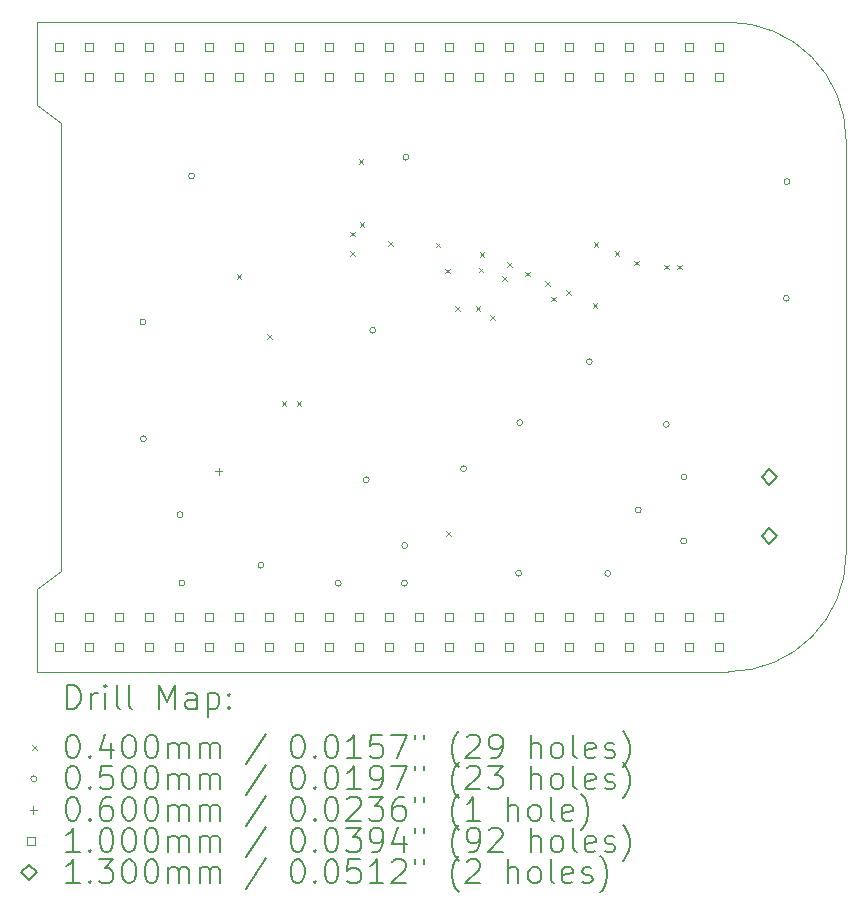
<source format=gbr>
%TF.GenerationSoftware,KiCad,Pcbnew,(6.0.11)*%
%TF.CreationDate,2024-05-08T12:07:41+07:00*%
%TF.ProjectId,CTP_Display_CANbus_revA,4354505f-4469-4737-906c-61795f43414e,rev?*%
%TF.SameCoordinates,PX5f5e100PY5f5e100*%
%TF.FileFunction,Drillmap*%
%TF.FilePolarity,Positive*%
%FSLAX45Y45*%
G04 Gerber Fmt 4.5, Leading zero omitted, Abs format (unit mm)*
G04 Created by KiCad (PCBNEW (6.0.11)) date 2024-05-08 12:07:41*
%MOMM*%
%LPD*%
G01*
G04 APERTURE LIST*
%ADD10C,0.050000*%
%ADD11C,0.200000*%
%ADD12C,0.040000*%
%ADD13C,0.060000*%
%ADD14C,0.100000*%
%ADD15C,0.130000*%
G04 APERTURE END LIST*
D10*
X0Y5500000D02*
X0Y4800000D01*
X200000Y4650000D02*
X200000Y850000D01*
X0Y4800000D02*
X200000Y4650000D01*
X5850000Y0D02*
G75*
G03*
X6850000Y1000000I0J1000000D01*
G01*
X6850000Y4500000D02*
G75*
G03*
X5850000Y5500000I-1000000J0D01*
G01*
X6850000Y1000000D02*
X6850000Y4500000D01*
X0Y0D02*
X5850000Y0D01*
X0Y700000D02*
X200000Y850000D01*
X0Y5500000D02*
X5850000Y5500000D01*
X0Y0D02*
X0Y700000D01*
D11*
D12*
X1690000Y3366000D02*
X1730000Y3326000D01*
X1730000Y3366000D02*
X1690000Y3326000D01*
X1947000Y2859000D02*
X1987000Y2819000D01*
X1987000Y2859000D02*
X1947000Y2819000D01*
X2070000Y2289000D02*
X2110000Y2249000D01*
X2110000Y2289000D02*
X2070000Y2249000D01*
X2198000Y2290000D02*
X2238000Y2250000D01*
X2238000Y2290000D02*
X2198000Y2250000D01*
X2649000Y3561000D02*
X2689000Y3521000D01*
X2689000Y3561000D02*
X2649000Y3521000D01*
X2650000Y3725000D02*
X2690000Y3685000D01*
X2690000Y3725000D02*
X2650000Y3685000D01*
X2723000Y4340000D02*
X2763000Y4300000D01*
X2763000Y4340000D02*
X2723000Y4300000D01*
X2731000Y3806000D02*
X2771000Y3766000D01*
X2771000Y3806000D02*
X2731000Y3766000D01*
X2970000Y3646000D02*
X3010000Y3606000D01*
X3010000Y3646000D02*
X2970000Y3606000D01*
X3374000Y3634000D02*
X3414000Y3594000D01*
X3414000Y3634000D02*
X3374000Y3594000D01*
X3456000Y3413000D02*
X3496000Y3373000D01*
X3496000Y3413000D02*
X3456000Y3373000D01*
X3462000Y1190000D02*
X3502000Y1150000D01*
X3502000Y1190000D02*
X3462000Y1150000D01*
X3541000Y3096000D02*
X3581000Y3056000D01*
X3581000Y3096000D02*
X3541000Y3056000D01*
X3713000Y3097000D02*
X3753000Y3057000D01*
X3753000Y3097000D02*
X3713000Y3057000D01*
X3739000Y3421000D02*
X3779000Y3381000D01*
X3779000Y3421000D02*
X3739000Y3381000D01*
X3747000Y3553000D02*
X3787000Y3513000D01*
X3787000Y3553000D02*
X3747000Y3513000D01*
X3838000Y3019000D02*
X3878000Y2979000D01*
X3878000Y3019000D02*
X3838000Y2979000D01*
X3938000Y3347000D02*
X3978000Y3307000D01*
X3978000Y3347000D02*
X3938000Y3307000D01*
X3979000Y3467000D02*
X4019000Y3427000D01*
X4019000Y3467000D02*
X3979000Y3427000D01*
X4135000Y3387000D02*
X4175000Y3347000D01*
X4175000Y3387000D02*
X4135000Y3347000D01*
X4299000Y3308000D02*
X4339000Y3268000D01*
X4339000Y3308000D02*
X4299000Y3268000D01*
X4354000Y3176000D02*
X4394000Y3136000D01*
X4394000Y3176000D02*
X4354000Y3136000D01*
X4480000Y3230000D02*
X4520000Y3190000D01*
X4520000Y3230000D02*
X4480000Y3190000D01*
X4704000Y3118000D02*
X4744000Y3078000D01*
X4744000Y3118000D02*
X4704000Y3078000D01*
X4713000Y3639000D02*
X4753000Y3599000D01*
X4753000Y3639000D02*
X4713000Y3599000D01*
X4891000Y3561000D02*
X4931000Y3521000D01*
X4931000Y3561000D02*
X4891000Y3521000D01*
X5057000Y3481000D02*
X5097000Y3441000D01*
X5097000Y3481000D02*
X5057000Y3441000D01*
X5310000Y3446000D02*
X5350000Y3406000D01*
X5350000Y3446000D02*
X5310000Y3406000D01*
X5421000Y3446000D02*
X5461000Y3406000D01*
X5461000Y3446000D02*
X5421000Y3406000D01*
D10*
X921000Y2961000D02*
G75*
G03*
X921000Y2961000I-25000J0D01*
G01*
X925000Y1972000D02*
G75*
G03*
X925000Y1972000I-25000J0D01*
G01*
X1235000Y1330000D02*
G75*
G03*
X1235000Y1330000I-25000J0D01*
G01*
X1251000Y751000D02*
G75*
G03*
X1251000Y751000I-25000J0D01*
G01*
X1334000Y4198000D02*
G75*
G03*
X1334000Y4198000I-25000J0D01*
G01*
X1920000Y902000D02*
G75*
G03*
X1920000Y902000I-25000J0D01*
G01*
X2575000Y750000D02*
G75*
G03*
X2575000Y750000I-25000J0D01*
G01*
X2812000Y1625000D02*
G75*
G03*
X2812000Y1625000I-25000J0D01*
G01*
X2867000Y2891000D02*
G75*
G03*
X2867000Y2891000I-25000J0D01*
G01*
X3135000Y750000D02*
G75*
G03*
X3135000Y750000I-25000J0D01*
G01*
X3137000Y1069000D02*
G75*
G03*
X3137000Y1069000I-25000J0D01*
G01*
X3148000Y4356000D02*
G75*
G03*
X3148000Y4356000I-25000J0D01*
G01*
X3636000Y1719000D02*
G75*
G03*
X3636000Y1719000I-25000J0D01*
G01*
X4102000Y834000D02*
G75*
G03*
X4102000Y834000I-25000J0D01*
G01*
X4112000Y2110000D02*
G75*
G03*
X4112000Y2110000I-25000J0D01*
G01*
X4701000Y2625000D02*
G75*
G03*
X4701000Y2625000I-25000J0D01*
G01*
X4857000Y832000D02*
G75*
G03*
X4857000Y832000I-25000J0D01*
G01*
X5115000Y1370000D02*
G75*
G03*
X5115000Y1370000I-25000J0D01*
G01*
X5353000Y2094000D02*
G75*
G03*
X5353000Y2094000I-25000J0D01*
G01*
X5500000Y1107000D02*
G75*
G03*
X5500000Y1107000I-25000J0D01*
G01*
X5503000Y1650000D02*
G75*
G03*
X5503000Y1650000I-25000J0D01*
G01*
X6368000Y3162000D02*
G75*
G03*
X6368000Y3162000I-25000J0D01*
G01*
X6374000Y4150000D02*
G75*
G03*
X6374000Y4150000I-25000J0D01*
G01*
D13*
X1538000Y1729000D02*
X1538000Y1669000D01*
X1508000Y1699000D02*
X1568000Y1699000D01*
D14*
X221356Y5254644D02*
X221356Y5325356D01*
X150644Y5325356D01*
X150644Y5254644D01*
X221356Y5254644D01*
X221356Y5000644D02*
X221356Y5071356D01*
X150644Y5071356D01*
X150644Y5000644D01*
X221356Y5000644D01*
X221356Y428644D02*
X221356Y499356D01*
X150644Y499356D01*
X150644Y428644D01*
X221356Y428644D01*
X221356Y174644D02*
X221356Y245356D01*
X150644Y245356D01*
X150644Y174644D01*
X221356Y174644D01*
X475356Y5254644D02*
X475356Y5325356D01*
X404644Y5325356D01*
X404644Y5254644D01*
X475356Y5254644D01*
X475356Y5000644D02*
X475356Y5071356D01*
X404644Y5071356D01*
X404644Y5000644D01*
X475356Y5000644D01*
X475356Y428644D02*
X475356Y499356D01*
X404644Y499356D01*
X404644Y428644D01*
X475356Y428644D01*
X475356Y174644D02*
X475356Y245356D01*
X404644Y245356D01*
X404644Y174644D01*
X475356Y174644D01*
X729356Y5254644D02*
X729356Y5325356D01*
X658644Y5325356D01*
X658644Y5254644D01*
X729356Y5254644D01*
X729356Y5000644D02*
X729356Y5071356D01*
X658644Y5071356D01*
X658644Y5000644D01*
X729356Y5000644D01*
X729356Y428644D02*
X729356Y499356D01*
X658644Y499356D01*
X658644Y428644D01*
X729356Y428644D01*
X729356Y174644D02*
X729356Y245356D01*
X658644Y245356D01*
X658644Y174644D01*
X729356Y174644D01*
X983356Y5254644D02*
X983356Y5325356D01*
X912644Y5325356D01*
X912644Y5254644D01*
X983356Y5254644D01*
X983356Y5000644D02*
X983356Y5071356D01*
X912644Y5071356D01*
X912644Y5000644D01*
X983356Y5000644D01*
X983356Y428644D02*
X983356Y499356D01*
X912644Y499356D01*
X912644Y428644D01*
X983356Y428644D01*
X983356Y174644D02*
X983356Y245356D01*
X912644Y245356D01*
X912644Y174644D01*
X983356Y174644D01*
X1237356Y5254644D02*
X1237356Y5325356D01*
X1166644Y5325356D01*
X1166644Y5254644D01*
X1237356Y5254644D01*
X1237356Y5000644D02*
X1237356Y5071356D01*
X1166644Y5071356D01*
X1166644Y5000644D01*
X1237356Y5000644D01*
X1237356Y428644D02*
X1237356Y499356D01*
X1166644Y499356D01*
X1166644Y428644D01*
X1237356Y428644D01*
X1237356Y174644D02*
X1237356Y245356D01*
X1166644Y245356D01*
X1166644Y174644D01*
X1237356Y174644D01*
X1491356Y5254644D02*
X1491356Y5325356D01*
X1420644Y5325356D01*
X1420644Y5254644D01*
X1491356Y5254644D01*
X1491356Y5000644D02*
X1491356Y5071356D01*
X1420644Y5071356D01*
X1420644Y5000644D01*
X1491356Y5000644D01*
X1491356Y428644D02*
X1491356Y499356D01*
X1420644Y499356D01*
X1420644Y428644D01*
X1491356Y428644D01*
X1491356Y174644D02*
X1491356Y245356D01*
X1420644Y245356D01*
X1420644Y174644D01*
X1491356Y174644D01*
X1745356Y5254644D02*
X1745356Y5325356D01*
X1674644Y5325356D01*
X1674644Y5254644D01*
X1745356Y5254644D01*
X1745356Y5000644D02*
X1745356Y5071356D01*
X1674644Y5071356D01*
X1674644Y5000644D01*
X1745356Y5000644D01*
X1745356Y428644D02*
X1745356Y499356D01*
X1674644Y499356D01*
X1674644Y428644D01*
X1745356Y428644D01*
X1745356Y174644D02*
X1745356Y245356D01*
X1674644Y245356D01*
X1674644Y174644D01*
X1745356Y174644D01*
X1999356Y5254644D02*
X1999356Y5325356D01*
X1928644Y5325356D01*
X1928644Y5254644D01*
X1999356Y5254644D01*
X1999356Y5000644D02*
X1999356Y5071356D01*
X1928644Y5071356D01*
X1928644Y5000644D01*
X1999356Y5000644D01*
X1999356Y428644D02*
X1999356Y499356D01*
X1928644Y499356D01*
X1928644Y428644D01*
X1999356Y428644D01*
X1999356Y174644D02*
X1999356Y245356D01*
X1928644Y245356D01*
X1928644Y174644D01*
X1999356Y174644D01*
X2253356Y5254644D02*
X2253356Y5325356D01*
X2182644Y5325356D01*
X2182644Y5254644D01*
X2253356Y5254644D01*
X2253356Y5000644D02*
X2253356Y5071356D01*
X2182644Y5071356D01*
X2182644Y5000644D01*
X2253356Y5000644D01*
X2253356Y428644D02*
X2253356Y499356D01*
X2182644Y499356D01*
X2182644Y428644D01*
X2253356Y428644D01*
X2253356Y174644D02*
X2253356Y245356D01*
X2182644Y245356D01*
X2182644Y174644D01*
X2253356Y174644D01*
X2507356Y5254644D02*
X2507356Y5325356D01*
X2436644Y5325356D01*
X2436644Y5254644D01*
X2507356Y5254644D01*
X2507356Y5000644D02*
X2507356Y5071356D01*
X2436644Y5071356D01*
X2436644Y5000644D01*
X2507356Y5000644D01*
X2507356Y428644D02*
X2507356Y499356D01*
X2436644Y499356D01*
X2436644Y428644D01*
X2507356Y428644D01*
X2507356Y174644D02*
X2507356Y245356D01*
X2436644Y245356D01*
X2436644Y174644D01*
X2507356Y174644D01*
X2761356Y5254644D02*
X2761356Y5325356D01*
X2690644Y5325356D01*
X2690644Y5254644D01*
X2761356Y5254644D01*
X2761356Y5000644D02*
X2761356Y5071356D01*
X2690644Y5071356D01*
X2690644Y5000644D01*
X2761356Y5000644D01*
X2761356Y428644D02*
X2761356Y499356D01*
X2690644Y499356D01*
X2690644Y428644D01*
X2761356Y428644D01*
X2761356Y174644D02*
X2761356Y245356D01*
X2690644Y245356D01*
X2690644Y174644D01*
X2761356Y174644D01*
X3015356Y5254644D02*
X3015356Y5325356D01*
X2944644Y5325356D01*
X2944644Y5254644D01*
X3015356Y5254644D01*
X3015356Y5000644D02*
X3015356Y5071356D01*
X2944644Y5071356D01*
X2944644Y5000644D01*
X3015356Y5000644D01*
X3015356Y428644D02*
X3015356Y499356D01*
X2944644Y499356D01*
X2944644Y428644D01*
X3015356Y428644D01*
X3015356Y174644D02*
X3015356Y245356D01*
X2944644Y245356D01*
X2944644Y174644D01*
X3015356Y174644D01*
X3269356Y5254644D02*
X3269356Y5325356D01*
X3198644Y5325356D01*
X3198644Y5254644D01*
X3269356Y5254644D01*
X3269356Y5000644D02*
X3269356Y5071356D01*
X3198644Y5071356D01*
X3198644Y5000644D01*
X3269356Y5000644D01*
X3269356Y428644D02*
X3269356Y499356D01*
X3198644Y499356D01*
X3198644Y428644D01*
X3269356Y428644D01*
X3269356Y174644D02*
X3269356Y245356D01*
X3198644Y245356D01*
X3198644Y174644D01*
X3269356Y174644D01*
X3523356Y5254644D02*
X3523356Y5325356D01*
X3452644Y5325356D01*
X3452644Y5254644D01*
X3523356Y5254644D01*
X3523356Y5000644D02*
X3523356Y5071356D01*
X3452644Y5071356D01*
X3452644Y5000644D01*
X3523356Y5000644D01*
X3523356Y428644D02*
X3523356Y499356D01*
X3452644Y499356D01*
X3452644Y428644D01*
X3523356Y428644D01*
X3523356Y174644D02*
X3523356Y245356D01*
X3452644Y245356D01*
X3452644Y174644D01*
X3523356Y174644D01*
X3777356Y5254644D02*
X3777356Y5325356D01*
X3706644Y5325356D01*
X3706644Y5254644D01*
X3777356Y5254644D01*
X3777356Y5000644D02*
X3777356Y5071356D01*
X3706644Y5071356D01*
X3706644Y5000644D01*
X3777356Y5000644D01*
X3777356Y428644D02*
X3777356Y499356D01*
X3706644Y499356D01*
X3706644Y428644D01*
X3777356Y428644D01*
X3777356Y174644D02*
X3777356Y245356D01*
X3706644Y245356D01*
X3706644Y174644D01*
X3777356Y174644D01*
X4031356Y5254644D02*
X4031356Y5325356D01*
X3960644Y5325356D01*
X3960644Y5254644D01*
X4031356Y5254644D01*
X4031356Y5000644D02*
X4031356Y5071356D01*
X3960644Y5071356D01*
X3960644Y5000644D01*
X4031356Y5000644D01*
X4031356Y428644D02*
X4031356Y499356D01*
X3960644Y499356D01*
X3960644Y428644D01*
X4031356Y428644D01*
X4031356Y174644D02*
X4031356Y245356D01*
X3960644Y245356D01*
X3960644Y174644D01*
X4031356Y174644D01*
X4285356Y5254644D02*
X4285356Y5325356D01*
X4214644Y5325356D01*
X4214644Y5254644D01*
X4285356Y5254644D01*
X4285356Y5000644D02*
X4285356Y5071356D01*
X4214644Y5071356D01*
X4214644Y5000644D01*
X4285356Y5000644D01*
X4285356Y428644D02*
X4285356Y499356D01*
X4214644Y499356D01*
X4214644Y428644D01*
X4285356Y428644D01*
X4285356Y174644D02*
X4285356Y245356D01*
X4214644Y245356D01*
X4214644Y174644D01*
X4285356Y174644D01*
X4539356Y5254644D02*
X4539356Y5325356D01*
X4468644Y5325356D01*
X4468644Y5254644D01*
X4539356Y5254644D01*
X4539356Y5000644D02*
X4539356Y5071356D01*
X4468644Y5071356D01*
X4468644Y5000644D01*
X4539356Y5000644D01*
X4539356Y428644D02*
X4539356Y499356D01*
X4468644Y499356D01*
X4468644Y428644D01*
X4539356Y428644D01*
X4539356Y174644D02*
X4539356Y245356D01*
X4468644Y245356D01*
X4468644Y174644D01*
X4539356Y174644D01*
X4793356Y5254644D02*
X4793356Y5325356D01*
X4722644Y5325356D01*
X4722644Y5254644D01*
X4793356Y5254644D01*
X4793356Y5000644D02*
X4793356Y5071356D01*
X4722644Y5071356D01*
X4722644Y5000644D01*
X4793356Y5000644D01*
X4793356Y428644D02*
X4793356Y499356D01*
X4722644Y499356D01*
X4722644Y428644D01*
X4793356Y428644D01*
X4793356Y174644D02*
X4793356Y245356D01*
X4722644Y245356D01*
X4722644Y174644D01*
X4793356Y174644D01*
X5047356Y5254644D02*
X5047356Y5325356D01*
X4976644Y5325356D01*
X4976644Y5254644D01*
X5047356Y5254644D01*
X5047356Y5000644D02*
X5047356Y5071356D01*
X4976644Y5071356D01*
X4976644Y5000644D01*
X5047356Y5000644D01*
X5047356Y428644D02*
X5047356Y499356D01*
X4976644Y499356D01*
X4976644Y428644D01*
X5047356Y428644D01*
X5047356Y174644D02*
X5047356Y245356D01*
X4976644Y245356D01*
X4976644Y174644D01*
X5047356Y174644D01*
X5301356Y5254644D02*
X5301356Y5325356D01*
X5230644Y5325356D01*
X5230644Y5254644D01*
X5301356Y5254644D01*
X5301356Y5000644D02*
X5301356Y5071356D01*
X5230644Y5071356D01*
X5230644Y5000644D01*
X5301356Y5000644D01*
X5301356Y428644D02*
X5301356Y499356D01*
X5230644Y499356D01*
X5230644Y428644D01*
X5301356Y428644D01*
X5301356Y174644D02*
X5301356Y245356D01*
X5230644Y245356D01*
X5230644Y174644D01*
X5301356Y174644D01*
X5555356Y5254644D02*
X5555356Y5325356D01*
X5484644Y5325356D01*
X5484644Y5254644D01*
X5555356Y5254644D01*
X5555356Y5000644D02*
X5555356Y5071356D01*
X5484644Y5071356D01*
X5484644Y5000644D01*
X5555356Y5000644D01*
X5555356Y428644D02*
X5555356Y499356D01*
X5484644Y499356D01*
X5484644Y428644D01*
X5555356Y428644D01*
X5555356Y174644D02*
X5555356Y245356D01*
X5484644Y245356D01*
X5484644Y174644D01*
X5555356Y174644D01*
X5809356Y5254644D02*
X5809356Y5325356D01*
X5738644Y5325356D01*
X5738644Y5254644D01*
X5809356Y5254644D01*
X5809356Y5000644D02*
X5809356Y5071356D01*
X5738644Y5071356D01*
X5738644Y5000644D01*
X5809356Y5000644D01*
X5809356Y428644D02*
X5809356Y499356D01*
X5738644Y499356D01*
X5738644Y428644D01*
X5809356Y428644D01*
X5809356Y174644D02*
X5809356Y245356D01*
X5738644Y245356D01*
X5738644Y174644D01*
X5809356Y174644D01*
D15*
X6200000Y1585000D02*
X6265000Y1650000D01*
X6200000Y1715000D01*
X6135000Y1650000D01*
X6200000Y1585000D01*
X6200000Y1085000D02*
X6265000Y1150000D01*
X6200000Y1215000D01*
X6135000Y1150000D01*
X6200000Y1085000D01*
D11*
X255119Y-312976D02*
X255119Y-112976D01*
X302738Y-112976D01*
X331310Y-122500D01*
X350357Y-141548D01*
X359881Y-160595D01*
X369405Y-198690D01*
X369405Y-227262D01*
X359881Y-265357D01*
X350357Y-284405D01*
X331310Y-303452D01*
X302738Y-312976D01*
X255119Y-312976D01*
X455119Y-312976D02*
X455119Y-179643D01*
X455119Y-217738D02*
X464643Y-198690D01*
X474167Y-189167D01*
X493214Y-179643D01*
X512262Y-179643D01*
X578929Y-312976D02*
X578929Y-179643D01*
X578929Y-112976D02*
X569405Y-122500D01*
X578929Y-132024D01*
X588452Y-122500D01*
X578929Y-112976D01*
X578929Y-132024D01*
X702738Y-312976D02*
X683690Y-303452D01*
X674167Y-284405D01*
X674167Y-112976D01*
X807500Y-312976D02*
X788452Y-303452D01*
X778928Y-284405D01*
X778928Y-112976D01*
X1036071Y-312976D02*
X1036071Y-112976D01*
X1102738Y-255833D01*
X1169405Y-112976D01*
X1169405Y-312976D01*
X1350357Y-312976D02*
X1350357Y-208214D01*
X1340833Y-189167D01*
X1321786Y-179643D01*
X1283690Y-179643D01*
X1264643Y-189167D01*
X1350357Y-303452D02*
X1331310Y-312976D01*
X1283690Y-312976D01*
X1264643Y-303452D01*
X1255119Y-284405D01*
X1255119Y-265357D01*
X1264643Y-246309D01*
X1283690Y-236786D01*
X1331310Y-236786D01*
X1350357Y-227262D01*
X1445595Y-179643D02*
X1445595Y-379643D01*
X1445595Y-189167D02*
X1464643Y-179643D01*
X1502738Y-179643D01*
X1521786Y-189167D01*
X1531309Y-198690D01*
X1540833Y-217738D01*
X1540833Y-274881D01*
X1531309Y-293929D01*
X1521786Y-303452D01*
X1502738Y-312976D01*
X1464643Y-312976D01*
X1445595Y-303452D01*
X1626548Y-293929D02*
X1636071Y-303452D01*
X1626548Y-312976D01*
X1617024Y-303452D01*
X1626548Y-293929D01*
X1626548Y-312976D01*
X1626548Y-189167D02*
X1636071Y-198690D01*
X1626548Y-208214D01*
X1617024Y-198690D01*
X1626548Y-189167D01*
X1626548Y-208214D01*
D12*
X-42500Y-622500D02*
X-2500Y-662500D01*
X-2500Y-622500D02*
X-42500Y-662500D01*
D11*
X293214Y-532976D02*
X312262Y-532976D01*
X331310Y-542500D01*
X340833Y-552024D01*
X350357Y-571071D01*
X359881Y-609167D01*
X359881Y-656786D01*
X350357Y-694881D01*
X340833Y-713928D01*
X331310Y-723452D01*
X312262Y-732976D01*
X293214Y-732976D01*
X274167Y-723452D01*
X264643Y-713928D01*
X255119Y-694881D01*
X245595Y-656786D01*
X245595Y-609167D01*
X255119Y-571071D01*
X264643Y-552024D01*
X274167Y-542500D01*
X293214Y-532976D01*
X445595Y-713928D02*
X455119Y-723452D01*
X445595Y-732976D01*
X436071Y-723452D01*
X445595Y-713928D01*
X445595Y-732976D01*
X626548Y-599643D02*
X626548Y-732976D01*
X578929Y-523452D02*
X531310Y-666310D01*
X655119Y-666310D01*
X769405Y-532976D02*
X788452Y-532976D01*
X807500Y-542500D01*
X817024Y-552024D01*
X826548Y-571071D01*
X836071Y-609167D01*
X836071Y-656786D01*
X826548Y-694881D01*
X817024Y-713928D01*
X807500Y-723452D01*
X788452Y-732976D01*
X769405Y-732976D01*
X750357Y-723452D01*
X740833Y-713928D01*
X731309Y-694881D01*
X721786Y-656786D01*
X721786Y-609167D01*
X731309Y-571071D01*
X740833Y-552024D01*
X750357Y-542500D01*
X769405Y-532976D01*
X959881Y-532976D02*
X978928Y-532976D01*
X997976Y-542500D01*
X1007500Y-552024D01*
X1017024Y-571071D01*
X1026548Y-609167D01*
X1026548Y-656786D01*
X1017024Y-694881D01*
X1007500Y-713928D01*
X997976Y-723452D01*
X978928Y-732976D01*
X959881Y-732976D01*
X940833Y-723452D01*
X931309Y-713928D01*
X921786Y-694881D01*
X912262Y-656786D01*
X912262Y-609167D01*
X921786Y-571071D01*
X931309Y-552024D01*
X940833Y-542500D01*
X959881Y-532976D01*
X1112262Y-732976D02*
X1112262Y-599643D01*
X1112262Y-618690D02*
X1121786Y-609167D01*
X1140833Y-599643D01*
X1169405Y-599643D01*
X1188452Y-609167D01*
X1197976Y-628214D01*
X1197976Y-732976D01*
X1197976Y-628214D02*
X1207500Y-609167D01*
X1226548Y-599643D01*
X1255119Y-599643D01*
X1274167Y-609167D01*
X1283690Y-628214D01*
X1283690Y-732976D01*
X1378929Y-732976D02*
X1378929Y-599643D01*
X1378929Y-618690D02*
X1388452Y-609167D01*
X1407500Y-599643D01*
X1436071Y-599643D01*
X1455119Y-609167D01*
X1464643Y-628214D01*
X1464643Y-732976D01*
X1464643Y-628214D02*
X1474167Y-609167D01*
X1493214Y-599643D01*
X1521786Y-599643D01*
X1540833Y-609167D01*
X1550357Y-628214D01*
X1550357Y-732976D01*
X1940833Y-523452D02*
X1769405Y-780595D01*
X2197976Y-532976D02*
X2217024Y-532976D01*
X2236071Y-542500D01*
X2245595Y-552024D01*
X2255119Y-571071D01*
X2264643Y-609167D01*
X2264643Y-656786D01*
X2255119Y-694881D01*
X2245595Y-713928D01*
X2236071Y-723452D01*
X2217024Y-732976D01*
X2197976Y-732976D01*
X2178929Y-723452D01*
X2169405Y-713928D01*
X2159881Y-694881D01*
X2150357Y-656786D01*
X2150357Y-609167D01*
X2159881Y-571071D01*
X2169405Y-552024D01*
X2178929Y-542500D01*
X2197976Y-532976D01*
X2350357Y-713928D02*
X2359881Y-723452D01*
X2350357Y-732976D01*
X2340833Y-723452D01*
X2350357Y-713928D01*
X2350357Y-732976D01*
X2483690Y-532976D02*
X2502738Y-532976D01*
X2521786Y-542500D01*
X2531310Y-552024D01*
X2540833Y-571071D01*
X2550357Y-609167D01*
X2550357Y-656786D01*
X2540833Y-694881D01*
X2531310Y-713928D01*
X2521786Y-723452D01*
X2502738Y-732976D01*
X2483690Y-732976D01*
X2464643Y-723452D01*
X2455119Y-713928D01*
X2445595Y-694881D01*
X2436071Y-656786D01*
X2436071Y-609167D01*
X2445595Y-571071D01*
X2455119Y-552024D01*
X2464643Y-542500D01*
X2483690Y-532976D01*
X2740833Y-732976D02*
X2626548Y-732976D01*
X2683690Y-732976D02*
X2683690Y-532976D01*
X2664643Y-561548D01*
X2645595Y-580595D01*
X2626548Y-590119D01*
X2921786Y-532976D02*
X2826548Y-532976D01*
X2817024Y-628214D01*
X2826548Y-618690D01*
X2845595Y-609167D01*
X2893214Y-609167D01*
X2912262Y-618690D01*
X2921786Y-628214D01*
X2931309Y-647262D01*
X2931309Y-694881D01*
X2921786Y-713928D01*
X2912262Y-723452D01*
X2893214Y-732976D01*
X2845595Y-732976D01*
X2826548Y-723452D01*
X2817024Y-713928D01*
X2997976Y-532976D02*
X3131309Y-532976D01*
X3045595Y-732976D01*
X3197976Y-532976D02*
X3197976Y-571071D01*
X3274167Y-532976D02*
X3274167Y-571071D01*
X3569405Y-809167D02*
X3559881Y-799643D01*
X3540833Y-771071D01*
X3531309Y-752024D01*
X3521786Y-723452D01*
X3512262Y-675833D01*
X3512262Y-637738D01*
X3521786Y-590119D01*
X3531309Y-561548D01*
X3540833Y-542500D01*
X3559881Y-513928D01*
X3569405Y-504405D01*
X3636071Y-552024D02*
X3645595Y-542500D01*
X3664643Y-532976D01*
X3712262Y-532976D01*
X3731309Y-542500D01*
X3740833Y-552024D01*
X3750357Y-571071D01*
X3750357Y-590119D01*
X3740833Y-618690D01*
X3626548Y-732976D01*
X3750357Y-732976D01*
X3845595Y-732976D02*
X3883690Y-732976D01*
X3902738Y-723452D01*
X3912262Y-713928D01*
X3931309Y-685357D01*
X3940833Y-647262D01*
X3940833Y-571071D01*
X3931309Y-552024D01*
X3921786Y-542500D01*
X3902738Y-532976D01*
X3864643Y-532976D01*
X3845595Y-542500D01*
X3836071Y-552024D01*
X3826548Y-571071D01*
X3826548Y-618690D01*
X3836071Y-637738D01*
X3845595Y-647262D01*
X3864643Y-656786D01*
X3902738Y-656786D01*
X3921786Y-647262D01*
X3931309Y-637738D01*
X3940833Y-618690D01*
X4178928Y-732976D02*
X4178928Y-532976D01*
X4264643Y-732976D02*
X4264643Y-628214D01*
X4255119Y-609167D01*
X4236071Y-599643D01*
X4207500Y-599643D01*
X4188452Y-609167D01*
X4178928Y-618690D01*
X4388452Y-732976D02*
X4369405Y-723452D01*
X4359881Y-713928D01*
X4350357Y-694881D01*
X4350357Y-637738D01*
X4359881Y-618690D01*
X4369405Y-609167D01*
X4388452Y-599643D01*
X4417024Y-599643D01*
X4436071Y-609167D01*
X4445595Y-618690D01*
X4455119Y-637738D01*
X4455119Y-694881D01*
X4445595Y-713928D01*
X4436071Y-723452D01*
X4417024Y-732976D01*
X4388452Y-732976D01*
X4569405Y-732976D02*
X4550357Y-723452D01*
X4540833Y-704405D01*
X4540833Y-532976D01*
X4721786Y-723452D02*
X4702738Y-732976D01*
X4664643Y-732976D01*
X4645595Y-723452D01*
X4636071Y-704405D01*
X4636071Y-628214D01*
X4645595Y-609167D01*
X4664643Y-599643D01*
X4702738Y-599643D01*
X4721786Y-609167D01*
X4731310Y-628214D01*
X4731310Y-647262D01*
X4636071Y-666310D01*
X4807500Y-723452D02*
X4826548Y-732976D01*
X4864643Y-732976D01*
X4883690Y-723452D01*
X4893214Y-704405D01*
X4893214Y-694881D01*
X4883690Y-675833D01*
X4864643Y-666310D01*
X4836071Y-666310D01*
X4817024Y-656786D01*
X4807500Y-637738D01*
X4807500Y-628214D01*
X4817024Y-609167D01*
X4836071Y-599643D01*
X4864643Y-599643D01*
X4883690Y-609167D01*
X4959881Y-809167D02*
X4969405Y-799643D01*
X4988452Y-771071D01*
X4997976Y-752024D01*
X5007500Y-723452D01*
X5017024Y-675833D01*
X5017024Y-637738D01*
X5007500Y-590119D01*
X4997976Y-561548D01*
X4988452Y-542500D01*
X4969405Y-513928D01*
X4959881Y-504405D01*
D10*
X-2500Y-906500D02*
G75*
G03*
X-2500Y-906500I-25000J0D01*
G01*
D11*
X293214Y-796976D02*
X312262Y-796976D01*
X331310Y-806500D01*
X340833Y-816024D01*
X350357Y-835071D01*
X359881Y-873167D01*
X359881Y-920786D01*
X350357Y-958881D01*
X340833Y-977928D01*
X331310Y-987452D01*
X312262Y-996976D01*
X293214Y-996976D01*
X274167Y-987452D01*
X264643Y-977928D01*
X255119Y-958881D01*
X245595Y-920786D01*
X245595Y-873167D01*
X255119Y-835071D01*
X264643Y-816024D01*
X274167Y-806500D01*
X293214Y-796976D01*
X445595Y-977928D02*
X455119Y-987452D01*
X445595Y-996976D01*
X436071Y-987452D01*
X445595Y-977928D01*
X445595Y-996976D01*
X636071Y-796976D02*
X540833Y-796976D01*
X531310Y-892214D01*
X540833Y-882690D01*
X559881Y-873167D01*
X607500Y-873167D01*
X626548Y-882690D01*
X636071Y-892214D01*
X645595Y-911262D01*
X645595Y-958881D01*
X636071Y-977928D01*
X626548Y-987452D01*
X607500Y-996976D01*
X559881Y-996976D01*
X540833Y-987452D01*
X531310Y-977928D01*
X769405Y-796976D02*
X788452Y-796976D01*
X807500Y-806500D01*
X817024Y-816024D01*
X826548Y-835071D01*
X836071Y-873167D01*
X836071Y-920786D01*
X826548Y-958881D01*
X817024Y-977928D01*
X807500Y-987452D01*
X788452Y-996976D01*
X769405Y-996976D01*
X750357Y-987452D01*
X740833Y-977928D01*
X731309Y-958881D01*
X721786Y-920786D01*
X721786Y-873167D01*
X731309Y-835071D01*
X740833Y-816024D01*
X750357Y-806500D01*
X769405Y-796976D01*
X959881Y-796976D02*
X978928Y-796976D01*
X997976Y-806500D01*
X1007500Y-816024D01*
X1017024Y-835071D01*
X1026548Y-873167D01*
X1026548Y-920786D01*
X1017024Y-958881D01*
X1007500Y-977928D01*
X997976Y-987452D01*
X978928Y-996976D01*
X959881Y-996976D01*
X940833Y-987452D01*
X931309Y-977928D01*
X921786Y-958881D01*
X912262Y-920786D01*
X912262Y-873167D01*
X921786Y-835071D01*
X931309Y-816024D01*
X940833Y-806500D01*
X959881Y-796976D01*
X1112262Y-996976D02*
X1112262Y-863643D01*
X1112262Y-882690D02*
X1121786Y-873167D01*
X1140833Y-863643D01*
X1169405Y-863643D01*
X1188452Y-873167D01*
X1197976Y-892214D01*
X1197976Y-996976D01*
X1197976Y-892214D02*
X1207500Y-873167D01*
X1226548Y-863643D01*
X1255119Y-863643D01*
X1274167Y-873167D01*
X1283690Y-892214D01*
X1283690Y-996976D01*
X1378929Y-996976D02*
X1378929Y-863643D01*
X1378929Y-882690D02*
X1388452Y-873167D01*
X1407500Y-863643D01*
X1436071Y-863643D01*
X1455119Y-873167D01*
X1464643Y-892214D01*
X1464643Y-996976D01*
X1464643Y-892214D02*
X1474167Y-873167D01*
X1493214Y-863643D01*
X1521786Y-863643D01*
X1540833Y-873167D01*
X1550357Y-892214D01*
X1550357Y-996976D01*
X1940833Y-787452D02*
X1769405Y-1044595D01*
X2197976Y-796976D02*
X2217024Y-796976D01*
X2236071Y-806500D01*
X2245595Y-816024D01*
X2255119Y-835071D01*
X2264643Y-873167D01*
X2264643Y-920786D01*
X2255119Y-958881D01*
X2245595Y-977928D01*
X2236071Y-987452D01*
X2217024Y-996976D01*
X2197976Y-996976D01*
X2178929Y-987452D01*
X2169405Y-977928D01*
X2159881Y-958881D01*
X2150357Y-920786D01*
X2150357Y-873167D01*
X2159881Y-835071D01*
X2169405Y-816024D01*
X2178929Y-806500D01*
X2197976Y-796976D01*
X2350357Y-977928D02*
X2359881Y-987452D01*
X2350357Y-996976D01*
X2340833Y-987452D01*
X2350357Y-977928D01*
X2350357Y-996976D01*
X2483690Y-796976D02*
X2502738Y-796976D01*
X2521786Y-806500D01*
X2531310Y-816024D01*
X2540833Y-835071D01*
X2550357Y-873167D01*
X2550357Y-920786D01*
X2540833Y-958881D01*
X2531310Y-977928D01*
X2521786Y-987452D01*
X2502738Y-996976D01*
X2483690Y-996976D01*
X2464643Y-987452D01*
X2455119Y-977928D01*
X2445595Y-958881D01*
X2436071Y-920786D01*
X2436071Y-873167D01*
X2445595Y-835071D01*
X2455119Y-816024D01*
X2464643Y-806500D01*
X2483690Y-796976D01*
X2740833Y-996976D02*
X2626548Y-996976D01*
X2683690Y-996976D02*
X2683690Y-796976D01*
X2664643Y-825548D01*
X2645595Y-844595D01*
X2626548Y-854119D01*
X2836071Y-996976D02*
X2874167Y-996976D01*
X2893214Y-987452D01*
X2902738Y-977928D01*
X2921786Y-949357D01*
X2931309Y-911262D01*
X2931309Y-835071D01*
X2921786Y-816024D01*
X2912262Y-806500D01*
X2893214Y-796976D01*
X2855119Y-796976D01*
X2836071Y-806500D01*
X2826548Y-816024D01*
X2817024Y-835071D01*
X2817024Y-882690D01*
X2826548Y-901738D01*
X2836071Y-911262D01*
X2855119Y-920786D01*
X2893214Y-920786D01*
X2912262Y-911262D01*
X2921786Y-901738D01*
X2931309Y-882690D01*
X2997976Y-796976D02*
X3131309Y-796976D01*
X3045595Y-996976D01*
X3197976Y-796976D02*
X3197976Y-835071D01*
X3274167Y-796976D02*
X3274167Y-835071D01*
X3569405Y-1073167D02*
X3559881Y-1063643D01*
X3540833Y-1035071D01*
X3531309Y-1016024D01*
X3521786Y-987452D01*
X3512262Y-939833D01*
X3512262Y-901738D01*
X3521786Y-854119D01*
X3531309Y-825548D01*
X3540833Y-806500D01*
X3559881Y-777928D01*
X3569405Y-768405D01*
X3636071Y-816024D02*
X3645595Y-806500D01*
X3664643Y-796976D01*
X3712262Y-796976D01*
X3731309Y-806500D01*
X3740833Y-816024D01*
X3750357Y-835071D01*
X3750357Y-854119D01*
X3740833Y-882690D01*
X3626548Y-996976D01*
X3750357Y-996976D01*
X3817024Y-796976D02*
X3940833Y-796976D01*
X3874167Y-873167D01*
X3902738Y-873167D01*
X3921786Y-882690D01*
X3931309Y-892214D01*
X3940833Y-911262D01*
X3940833Y-958881D01*
X3931309Y-977928D01*
X3921786Y-987452D01*
X3902738Y-996976D01*
X3845595Y-996976D01*
X3826548Y-987452D01*
X3817024Y-977928D01*
X4178928Y-996976D02*
X4178928Y-796976D01*
X4264643Y-996976D02*
X4264643Y-892214D01*
X4255119Y-873167D01*
X4236071Y-863643D01*
X4207500Y-863643D01*
X4188452Y-873167D01*
X4178928Y-882690D01*
X4388452Y-996976D02*
X4369405Y-987452D01*
X4359881Y-977928D01*
X4350357Y-958881D01*
X4350357Y-901738D01*
X4359881Y-882690D01*
X4369405Y-873167D01*
X4388452Y-863643D01*
X4417024Y-863643D01*
X4436071Y-873167D01*
X4445595Y-882690D01*
X4455119Y-901738D01*
X4455119Y-958881D01*
X4445595Y-977928D01*
X4436071Y-987452D01*
X4417024Y-996976D01*
X4388452Y-996976D01*
X4569405Y-996976D02*
X4550357Y-987452D01*
X4540833Y-968405D01*
X4540833Y-796976D01*
X4721786Y-987452D02*
X4702738Y-996976D01*
X4664643Y-996976D01*
X4645595Y-987452D01*
X4636071Y-968405D01*
X4636071Y-892214D01*
X4645595Y-873167D01*
X4664643Y-863643D01*
X4702738Y-863643D01*
X4721786Y-873167D01*
X4731310Y-892214D01*
X4731310Y-911262D01*
X4636071Y-930309D01*
X4807500Y-987452D02*
X4826548Y-996976D01*
X4864643Y-996976D01*
X4883690Y-987452D01*
X4893214Y-968405D01*
X4893214Y-958881D01*
X4883690Y-939833D01*
X4864643Y-930309D01*
X4836071Y-930309D01*
X4817024Y-920786D01*
X4807500Y-901738D01*
X4807500Y-892214D01*
X4817024Y-873167D01*
X4836071Y-863643D01*
X4864643Y-863643D01*
X4883690Y-873167D01*
X4959881Y-1073167D02*
X4969405Y-1063643D01*
X4988452Y-1035071D01*
X4997976Y-1016024D01*
X5007500Y-987452D01*
X5017024Y-939833D01*
X5017024Y-901738D01*
X5007500Y-854119D01*
X4997976Y-825548D01*
X4988452Y-806500D01*
X4969405Y-777928D01*
X4959881Y-768405D01*
D13*
X-32500Y-1140500D02*
X-32500Y-1200500D01*
X-62500Y-1170500D02*
X-2500Y-1170500D01*
D11*
X293214Y-1060976D02*
X312262Y-1060976D01*
X331310Y-1070500D01*
X340833Y-1080024D01*
X350357Y-1099071D01*
X359881Y-1137167D01*
X359881Y-1184786D01*
X350357Y-1222881D01*
X340833Y-1241929D01*
X331310Y-1251452D01*
X312262Y-1260976D01*
X293214Y-1260976D01*
X274167Y-1251452D01*
X264643Y-1241929D01*
X255119Y-1222881D01*
X245595Y-1184786D01*
X245595Y-1137167D01*
X255119Y-1099071D01*
X264643Y-1080024D01*
X274167Y-1070500D01*
X293214Y-1060976D01*
X445595Y-1241929D02*
X455119Y-1251452D01*
X445595Y-1260976D01*
X436071Y-1251452D01*
X445595Y-1241929D01*
X445595Y-1260976D01*
X626548Y-1060976D02*
X588452Y-1060976D01*
X569405Y-1070500D01*
X559881Y-1080024D01*
X540833Y-1108595D01*
X531310Y-1146690D01*
X531310Y-1222881D01*
X540833Y-1241929D01*
X550357Y-1251452D01*
X569405Y-1260976D01*
X607500Y-1260976D01*
X626548Y-1251452D01*
X636071Y-1241929D01*
X645595Y-1222881D01*
X645595Y-1175262D01*
X636071Y-1156214D01*
X626548Y-1146690D01*
X607500Y-1137167D01*
X569405Y-1137167D01*
X550357Y-1146690D01*
X540833Y-1156214D01*
X531310Y-1175262D01*
X769405Y-1060976D02*
X788452Y-1060976D01*
X807500Y-1070500D01*
X817024Y-1080024D01*
X826548Y-1099071D01*
X836071Y-1137167D01*
X836071Y-1184786D01*
X826548Y-1222881D01*
X817024Y-1241929D01*
X807500Y-1251452D01*
X788452Y-1260976D01*
X769405Y-1260976D01*
X750357Y-1251452D01*
X740833Y-1241929D01*
X731309Y-1222881D01*
X721786Y-1184786D01*
X721786Y-1137167D01*
X731309Y-1099071D01*
X740833Y-1080024D01*
X750357Y-1070500D01*
X769405Y-1060976D01*
X959881Y-1060976D02*
X978928Y-1060976D01*
X997976Y-1070500D01*
X1007500Y-1080024D01*
X1017024Y-1099071D01*
X1026548Y-1137167D01*
X1026548Y-1184786D01*
X1017024Y-1222881D01*
X1007500Y-1241929D01*
X997976Y-1251452D01*
X978928Y-1260976D01*
X959881Y-1260976D01*
X940833Y-1251452D01*
X931309Y-1241929D01*
X921786Y-1222881D01*
X912262Y-1184786D01*
X912262Y-1137167D01*
X921786Y-1099071D01*
X931309Y-1080024D01*
X940833Y-1070500D01*
X959881Y-1060976D01*
X1112262Y-1260976D02*
X1112262Y-1127643D01*
X1112262Y-1146690D02*
X1121786Y-1137167D01*
X1140833Y-1127643D01*
X1169405Y-1127643D01*
X1188452Y-1137167D01*
X1197976Y-1156214D01*
X1197976Y-1260976D01*
X1197976Y-1156214D02*
X1207500Y-1137167D01*
X1226548Y-1127643D01*
X1255119Y-1127643D01*
X1274167Y-1137167D01*
X1283690Y-1156214D01*
X1283690Y-1260976D01*
X1378929Y-1260976D02*
X1378929Y-1127643D01*
X1378929Y-1146690D02*
X1388452Y-1137167D01*
X1407500Y-1127643D01*
X1436071Y-1127643D01*
X1455119Y-1137167D01*
X1464643Y-1156214D01*
X1464643Y-1260976D01*
X1464643Y-1156214D02*
X1474167Y-1137167D01*
X1493214Y-1127643D01*
X1521786Y-1127643D01*
X1540833Y-1137167D01*
X1550357Y-1156214D01*
X1550357Y-1260976D01*
X1940833Y-1051452D02*
X1769405Y-1308595D01*
X2197976Y-1060976D02*
X2217024Y-1060976D01*
X2236071Y-1070500D01*
X2245595Y-1080024D01*
X2255119Y-1099071D01*
X2264643Y-1137167D01*
X2264643Y-1184786D01*
X2255119Y-1222881D01*
X2245595Y-1241929D01*
X2236071Y-1251452D01*
X2217024Y-1260976D01*
X2197976Y-1260976D01*
X2178929Y-1251452D01*
X2169405Y-1241929D01*
X2159881Y-1222881D01*
X2150357Y-1184786D01*
X2150357Y-1137167D01*
X2159881Y-1099071D01*
X2169405Y-1080024D01*
X2178929Y-1070500D01*
X2197976Y-1060976D01*
X2350357Y-1241929D02*
X2359881Y-1251452D01*
X2350357Y-1260976D01*
X2340833Y-1251452D01*
X2350357Y-1241929D01*
X2350357Y-1260976D01*
X2483690Y-1060976D02*
X2502738Y-1060976D01*
X2521786Y-1070500D01*
X2531310Y-1080024D01*
X2540833Y-1099071D01*
X2550357Y-1137167D01*
X2550357Y-1184786D01*
X2540833Y-1222881D01*
X2531310Y-1241929D01*
X2521786Y-1251452D01*
X2502738Y-1260976D01*
X2483690Y-1260976D01*
X2464643Y-1251452D01*
X2455119Y-1241929D01*
X2445595Y-1222881D01*
X2436071Y-1184786D01*
X2436071Y-1137167D01*
X2445595Y-1099071D01*
X2455119Y-1080024D01*
X2464643Y-1070500D01*
X2483690Y-1060976D01*
X2626548Y-1080024D02*
X2636071Y-1070500D01*
X2655119Y-1060976D01*
X2702738Y-1060976D01*
X2721786Y-1070500D01*
X2731310Y-1080024D01*
X2740833Y-1099071D01*
X2740833Y-1118119D01*
X2731310Y-1146690D01*
X2617024Y-1260976D01*
X2740833Y-1260976D01*
X2807500Y-1060976D02*
X2931309Y-1060976D01*
X2864643Y-1137167D01*
X2893214Y-1137167D01*
X2912262Y-1146690D01*
X2921786Y-1156214D01*
X2931309Y-1175262D01*
X2931309Y-1222881D01*
X2921786Y-1241929D01*
X2912262Y-1251452D01*
X2893214Y-1260976D01*
X2836071Y-1260976D01*
X2817024Y-1251452D01*
X2807500Y-1241929D01*
X3102738Y-1060976D02*
X3064643Y-1060976D01*
X3045595Y-1070500D01*
X3036071Y-1080024D01*
X3017024Y-1108595D01*
X3007500Y-1146690D01*
X3007500Y-1222881D01*
X3017024Y-1241929D01*
X3026548Y-1251452D01*
X3045595Y-1260976D01*
X3083690Y-1260976D01*
X3102738Y-1251452D01*
X3112262Y-1241929D01*
X3121786Y-1222881D01*
X3121786Y-1175262D01*
X3112262Y-1156214D01*
X3102738Y-1146690D01*
X3083690Y-1137167D01*
X3045595Y-1137167D01*
X3026548Y-1146690D01*
X3017024Y-1156214D01*
X3007500Y-1175262D01*
X3197976Y-1060976D02*
X3197976Y-1099071D01*
X3274167Y-1060976D02*
X3274167Y-1099071D01*
X3569405Y-1337167D02*
X3559881Y-1327643D01*
X3540833Y-1299071D01*
X3531309Y-1280024D01*
X3521786Y-1251452D01*
X3512262Y-1203833D01*
X3512262Y-1165738D01*
X3521786Y-1118119D01*
X3531309Y-1089548D01*
X3540833Y-1070500D01*
X3559881Y-1041928D01*
X3569405Y-1032405D01*
X3750357Y-1260976D02*
X3636071Y-1260976D01*
X3693214Y-1260976D02*
X3693214Y-1060976D01*
X3674167Y-1089548D01*
X3655119Y-1108595D01*
X3636071Y-1118119D01*
X3988452Y-1260976D02*
X3988452Y-1060976D01*
X4074167Y-1260976D02*
X4074167Y-1156214D01*
X4064643Y-1137167D01*
X4045595Y-1127643D01*
X4017024Y-1127643D01*
X3997976Y-1137167D01*
X3988452Y-1146690D01*
X4197976Y-1260976D02*
X4178928Y-1251452D01*
X4169405Y-1241929D01*
X4159881Y-1222881D01*
X4159881Y-1165738D01*
X4169405Y-1146690D01*
X4178928Y-1137167D01*
X4197976Y-1127643D01*
X4226548Y-1127643D01*
X4245595Y-1137167D01*
X4255119Y-1146690D01*
X4264643Y-1165738D01*
X4264643Y-1222881D01*
X4255119Y-1241929D01*
X4245595Y-1251452D01*
X4226548Y-1260976D01*
X4197976Y-1260976D01*
X4378929Y-1260976D02*
X4359881Y-1251452D01*
X4350357Y-1232405D01*
X4350357Y-1060976D01*
X4531310Y-1251452D02*
X4512262Y-1260976D01*
X4474167Y-1260976D01*
X4455119Y-1251452D01*
X4445595Y-1232405D01*
X4445595Y-1156214D01*
X4455119Y-1137167D01*
X4474167Y-1127643D01*
X4512262Y-1127643D01*
X4531310Y-1137167D01*
X4540833Y-1156214D01*
X4540833Y-1175262D01*
X4445595Y-1194310D01*
X4607500Y-1337167D02*
X4617024Y-1327643D01*
X4636071Y-1299071D01*
X4645595Y-1280024D01*
X4655119Y-1251452D01*
X4664643Y-1203833D01*
X4664643Y-1165738D01*
X4655119Y-1118119D01*
X4645595Y-1089548D01*
X4636071Y-1070500D01*
X4617024Y-1041928D01*
X4607500Y-1032405D01*
D14*
X-17144Y-1469856D02*
X-17144Y-1399144D01*
X-87856Y-1399144D01*
X-87856Y-1469856D01*
X-17144Y-1469856D01*
D11*
X359881Y-1524976D02*
X245595Y-1524976D01*
X302738Y-1524976D02*
X302738Y-1324976D01*
X283690Y-1353548D01*
X264643Y-1372595D01*
X245595Y-1382119D01*
X445595Y-1505928D02*
X455119Y-1515452D01*
X445595Y-1524976D01*
X436071Y-1515452D01*
X445595Y-1505928D01*
X445595Y-1524976D01*
X578929Y-1324976D02*
X597976Y-1324976D01*
X617024Y-1334500D01*
X626548Y-1344024D01*
X636071Y-1363071D01*
X645595Y-1401167D01*
X645595Y-1448786D01*
X636071Y-1486881D01*
X626548Y-1505928D01*
X617024Y-1515452D01*
X597976Y-1524976D01*
X578929Y-1524976D01*
X559881Y-1515452D01*
X550357Y-1505928D01*
X540833Y-1486881D01*
X531310Y-1448786D01*
X531310Y-1401167D01*
X540833Y-1363071D01*
X550357Y-1344024D01*
X559881Y-1334500D01*
X578929Y-1324976D01*
X769405Y-1324976D02*
X788452Y-1324976D01*
X807500Y-1334500D01*
X817024Y-1344024D01*
X826548Y-1363071D01*
X836071Y-1401167D01*
X836071Y-1448786D01*
X826548Y-1486881D01*
X817024Y-1505928D01*
X807500Y-1515452D01*
X788452Y-1524976D01*
X769405Y-1524976D01*
X750357Y-1515452D01*
X740833Y-1505928D01*
X731309Y-1486881D01*
X721786Y-1448786D01*
X721786Y-1401167D01*
X731309Y-1363071D01*
X740833Y-1344024D01*
X750357Y-1334500D01*
X769405Y-1324976D01*
X959881Y-1324976D02*
X978928Y-1324976D01*
X997976Y-1334500D01*
X1007500Y-1344024D01*
X1017024Y-1363071D01*
X1026548Y-1401167D01*
X1026548Y-1448786D01*
X1017024Y-1486881D01*
X1007500Y-1505928D01*
X997976Y-1515452D01*
X978928Y-1524976D01*
X959881Y-1524976D01*
X940833Y-1515452D01*
X931309Y-1505928D01*
X921786Y-1486881D01*
X912262Y-1448786D01*
X912262Y-1401167D01*
X921786Y-1363071D01*
X931309Y-1344024D01*
X940833Y-1334500D01*
X959881Y-1324976D01*
X1112262Y-1524976D02*
X1112262Y-1391643D01*
X1112262Y-1410690D02*
X1121786Y-1401167D01*
X1140833Y-1391643D01*
X1169405Y-1391643D01*
X1188452Y-1401167D01*
X1197976Y-1420214D01*
X1197976Y-1524976D01*
X1197976Y-1420214D02*
X1207500Y-1401167D01*
X1226548Y-1391643D01*
X1255119Y-1391643D01*
X1274167Y-1401167D01*
X1283690Y-1420214D01*
X1283690Y-1524976D01*
X1378929Y-1524976D02*
X1378929Y-1391643D01*
X1378929Y-1410690D02*
X1388452Y-1401167D01*
X1407500Y-1391643D01*
X1436071Y-1391643D01*
X1455119Y-1401167D01*
X1464643Y-1420214D01*
X1464643Y-1524976D01*
X1464643Y-1420214D02*
X1474167Y-1401167D01*
X1493214Y-1391643D01*
X1521786Y-1391643D01*
X1540833Y-1401167D01*
X1550357Y-1420214D01*
X1550357Y-1524976D01*
X1940833Y-1315452D02*
X1769405Y-1572595D01*
X2197976Y-1324976D02*
X2217024Y-1324976D01*
X2236071Y-1334500D01*
X2245595Y-1344024D01*
X2255119Y-1363071D01*
X2264643Y-1401167D01*
X2264643Y-1448786D01*
X2255119Y-1486881D01*
X2245595Y-1505928D01*
X2236071Y-1515452D01*
X2217024Y-1524976D01*
X2197976Y-1524976D01*
X2178929Y-1515452D01*
X2169405Y-1505928D01*
X2159881Y-1486881D01*
X2150357Y-1448786D01*
X2150357Y-1401167D01*
X2159881Y-1363071D01*
X2169405Y-1344024D01*
X2178929Y-1334500D01*
X2197976Y-1324976D01*
X2350357Y-1505928D02*
X2359881Y-1515452D01*
X2350357Y-1524976D01*
X2340833Y-1515452D01*
X2350357Y-1505928D01*
X2350357Y-1524976D01*
X2483690Y-1324976D02*
X2502738Y-1324976D01*
X2521786Y-1334500D01*
X2531310Y-1344024D01*
X2540833Y-1363071D01*
X2550357Y-1401167D01*
X2550357Y-1448786D01*
X2540833Y-1486881D01*
X2531310Y-1505928D01*
X2521786Y-1515452D01*
X2502738Y-1524976D01*
X2483690Y-1524976D01*
X2464643Y-1515452D01*
X2455119Y-1505928D01*
X2445595Y-1486881D01*
X2436071Y-1448786D01*
X2436071Y-1401167D01*
X2445595Y-1363071D01*
X2455119Y-1344024D01*
X2464643Y-1334500D01*
X2483690Y-1324976D01*
X2617024Y-1324976D02*
X2740833Y-1324976D01*
X2674167Y-1401167D01*
X2702738Y-1401167D01*
X2721786Y-1410690D01*
X2731310Y-1420214D01*
X2740833Y-1439262D01*
X2740833Y-1486881D01*
X2731310Y-1505928D01*
X2721786Y-1515452D01*
X2702738Y-1524976D01*
X2645595Y-1524976D01*
X2626548Y-1515452D01*
X2617024Y-1505928D01*
X2836071Y-1524976D02*
X2874167Y-1524976D01*
X2893214Y-1515452D01*
X2902738Y-1505928D01*
X2921786Y-1477357D01*
X2931309Y-1439262D01*
X2931309Y-1363071D01*
X2921786Y-1344024D01*
X2912262Y-1334500D01*
X2893214Y-1324976D01*
X2855119Y-1324976D01*
X2836071Y-1334500D01*
X2826548Y-1344024D01*
X2817024Y-1363071D01*
X2817024Y-1410690D01*
X2826548Y-1429738D01*
X2836071Y-1439262D01*
X2855119Y-1448786D01*
X2893214Y-1448786D01*
X2912262Y-1439262D01*
X2921786Y-1429738D01*
X2931309Y-1410690D01*
X3102738Y-1391643D02*
X3102738Y-1524976D01*
X3055119Y-1315452D02*
X3007500Y-1458309D01*
X3131309Y-1458309D01*
X3197976Y-1324976D02*
X3197976Y-1363071D01*
X3274167Y-1324976D02*
X3274167Y-1363071D01*
X3569405Y-1601167D02*
X3559881Y-1591643D01*
X3540833Y-1563071D01*
X3531309Y-1544024D01*
X3521786Y-1515452D01*
X3512262Y-1467833D01*
X3512262Y-1429738D01*
X3521786Y-1382119D01*
X3531309Y-1353548D01*
X3540833Y-1334500D01*
X3559881Y-1305929D01*
X3569405Y-1296405D01*
X3655119Y-1524976D02*
X3693214Y-1524976D01*
X3712262Y-1515452D01*
X3721786Y-1505928D01*
X3740833Y-1477357D01*
X3750357Y-1439262D01*
X3750357Y-1363071D01*
X3740833Y-1344024D01*
X3731309Y-1334500D01*
X3712262Y-1324976D01*
X3674167Y-1324976D01*
X3655119Y-1334500D01*
X3645595Y-1344024D01*
X3636071Y-1363071D01*
X3636071Y-1410690D01*
X3645595Y-1429738D01*
X3655119Y-1439262D01*
X3674167Y-1448786D01*
X3712262Y-1448786D01*
X3731309Y-1439262D01*
X3740833Y-1429738D01*
X3750357Y-1410690D01*
X3826548Y-1344024D02*
X3836071Y-1334500D01*
X3855119Y-1324976D01*
X3902738Y-1324976D01*
X3921786Y-1334500D01*
X3931309Y-1344024D01*
X3940833Y-1363071D01*
X3940833Y-1382119D01*
X3931309Y-1410690D01*
X3817024Y-1524976D01*
X3940833Y-1524976D01*
X4178928Y-1524976D02*
X4178928Y-1324976D01*
X4264643Y-1524976D02*
X4264643Y-1420214D01*
X4255119Y-1401167D01*
X4236071Y-1391643D01*
X4207500Y-1391643D01*
X4188452Y-1401167D01*
X4178928Y-1410690D01*
X4388452Y-1524976D02*
X4369405Y-1515452D01*
X4359881Y-1505928D01*
X4350357Y-1486881D01*
X4350357Y-1429738D01*
X4359881Y-1410690D01*
X4369405Y-1401167D01*
X4388452Y-1391643D01*
X4417024Y-1391643D01*
X4436071Y-1401167D01*
X4445595Y-1410690D01*
X4455119Y-1429738D01*
X4455119Y-1486881D01*
X4445595Y-1505928D01*
X4436071Y-1515452D01*
X4417024Y-1524976D01*
X4388452Y-1524976D01*
X4569405Y-1524976D02*
X4550357Y-1515452D01*
X4540833Y-1496405D01*
X4540833Y-1324976D01*
X4721786Y-1515452D02*
X4702738Y-1524976D01*
X4664643Y-1524976D01*
X4645595Y-1515452D01*
X4636071Y-1496405D01*
X4636071Y-1420214D01*
X4645595Y-1401167D01*
X4664643Y-1391643D01*
X4702738Y-1391643D01*
X4721786Y-1401167D01*
X4731310Y-1420214D01*
X4731310Y-1439262D01*
X4636071Y-1458309D01*
X4807500Y-1515452D02*
X4826548Y-1524976D01*
X4864643Y-1524976D01*
X4883690Y-1515452D01*
X4893214Y-1496405D01*
X4893214Y-1486881D01*
X4883690Y-1467833D01*
X4864643Y-1458309D01*
X4836071Y-1458309D01*
X4817024Y-1448786D01*
X4807500Y-1429738D01*
X4807500Y-1420214D01*
X4817024Y-1401167D01*
X4836071Y-1391643D01*
X4864643Y-1391643D01*
X4883690Y-1401167D01*
X4959881Y-1601167D02*
X4969405Y-1591643D01*
X4988452Y-1563071D01*
X4997976Y-1544024D01*
X5007500Y-1515452D01*
X5017024Y-1467833D01*
X5017024Y-1429738D01*
X5007500Y-1382119D01*
X4997976Y-1353548D01*
X4988452Y-1334500D01*
X4969405Y-1305929D01*
X4959881Y-1296405D01*
D15*
X-67500Y-1763500D02*
X-2500Y-1698500D01*
X-67500Y-1633500D01*
X-132500Y-1698500D01*
X-67500Y-1763500D01*
D11*
X359881Y-1788976D02*
X245595Y-1788976D01*
X302738Y-1788976D02*
X302738Y-1588976D01*
X283690Y-1617548D01*
X264643Y-1636595D01*
X245595Y-1646119D01*
X445595Y-1769928D02*
X455119Y-1779452D01*
X445595Y-1788976D01*
X436071Y-1779452D01*
X445595Y-1769928D01*
X445595Y-1788976D01*
X521786Y-1588976D02*
X645595Y-1588976D01*
X578929Y-1665167D01*
X607500Y-1665167D01*
X626548Y-1674690D01*
X636071Y-1684214D01*
X645595Y-1703262D01*
X645595Y-1750881D01*
X636071Y-1769928D01*
X626548Y-1779452D01*
X607500Y-1788976D01*
X550357Y-1788976D01*
X531310Y-1779452D01*
X521786Y-1769928D01*
X769405Y-1588976D02*
X788452Y-1588976D01*
X807500Y-1598500D01*
X817024Y-1608024D01*
X826548Y-1627071D01*
X836071Y-1665167D01*
X836071Y-1712786D01*
X826548Y-1750881D01*
X817024Y-1769928D01*
X807500Y-1779452D01*
X788452Y-1788976D01*
X769405Y-1788976D01*
X750357Y-1779452D01*
X740833Y-1769928D01*
X731309Y-1750881D01*
X721786Y-1712786D01*
X721786Y-1665167D01*
X731309Y-1627071D01*
X740833Y-1608024D01*
X750357Y-1598500D01*
X769405Y-1588976D01*
X959881Y-1588976D02*
X978928Y-1588976D01*
X997976Y-1598500D01*
X1007500Y-1608024D01*
X1017024Y-1627071D01*
X1026548Y-1665167D01*
X1026548Y-1712786D01*
X1017024Y-1750881D01*
X1007500Y-1769928D01*
X997976Y-1779452D01*
X978928Y-1788976D01*
X959881Y-1788976D01*
X940833Y-1779452D01*
X931309Y-1769928D01*
X921786Y-1750881D01*
X912262Y-1712786D01*
X912262Y-1665167D01*
X921786Y-1627071D01*
X931309Y-1608024D01*
X940833Y-1598500D01*
X959881Y-1588976D01*
X1112262Y-1788976D02*
X1112262Y-1655643D01*
X1112262Y-1674690D02*
X1121786Y-1665167D01*
X1140833Y-1655643D01*
X1169405Y-1655643D01*
X1188452Y-1665167D01*
X1197976Y-1684214D01*
X1197976Y-1788976D01*
X1197976Y-1684214D02*
X1207500Y-1665167D01*
X1226548Y-1655643D01*
X1255119Y-1655643D01*
X1274167Y-1665167D01*
X1283690Y-1684214D01*
X1283690Y-1788976D01*
X1378929Y-1788976D02*
X1378929Y-1655643D01*
X1378929Y-1674690D02*
X1388452Y-1665167D01*
X1407500Y-1655643D01*
X1436071Y-1655643D01*
X1455119Y-1665167D01*
X1464643Y-1684214D01*
X1464643Y-1788976D01*
X1464643Y-1684214D02*
X1474167Y-1665167D01*
X1493214Y-1655643D01*
X1521786Y-1655643D01*
X1540833Y-1665167D01*
X1550357Y-1684214D01*
X1550357Y-1788976D01*
X1940833Y-1579452D02*
X1769405Y-1836595D01*
X2197976Y-1588976D02*
X2217024Y-1588976D01*
X2236071Y-1598500D01*
X2245595Y-1608024D01*
X2255119Y-1627071D01*
X2264643Y-1665167D01*
X2264643Y-1712786D01*
X2255119Y-1750881D01*
X2245595Y-1769928D01*
X2236071Y-1779452D01*
X2217024Y-1788976D01*
X2197976Y-1788976D01*
X2178929Y-1779452D01*
X2169405Y-1769928D01*
X2159881Y-1750881D01*
X2150357Y-1712786D01*
X2150357Y-1665167D01*
X2159881Y-1627071D01*
X2169405Y-1608024D01*
X2178929Y-1598500D01*
X2197976Y-1588976D01*
X2350357Y-1769928D02*
X2359881Y-1779452D01*
X2350357Y-1788976D01*
X2340833Y-1779452D01*
X2350357Y-1769928D01*
X2350357Y-1788976D01*
X2483690Y-1588976D02*
X2502738Y-1588976D01*
X2521786Y-1598500D01*
X2531310Y-1608024D01*
X2540833Y-1627071D01*
X2550357Y-1665167D01*
X2550357Y-1712786D01*
X2540833Y-1750881D01*
X2531310Y-1769928D01*
X2521786Y-1779452D01*
X2502738Y-1788976D01*
X2483690Y-1788976D01*
X2464643Y-1779452D01*
X2455119Y-1769928D01*
X2445595Y-1750881D01*
X2436071Y-1712786D01*
X2436071Y-1665167D01*
X2445595Y-1627071D01*
X2455119Y-1608024D01*
X2464643Y-1598500D01*
X2483690Y-1588976D01*
X2731310Y-1588976D02*
X2636071Y-1588976D01*
X2626548Y-1684214D01*
X2636071Y-1674690D01*
X2655119Y-1665167D01*
X2702738Y-1665167D01*
X2721786Y-1674690D01*
X2731310Y-1684214D01*
X2740833Y-1703262D01*
X2740833Y-1750881D01*
X2731310Y-1769928D01*
X2721786Y-1779452D01*
X2702738Y-1788976D01*
X2655119Y-1788976D01*
X2636071Y-1779452D01*
X2626548Y-1769928D01*
X2931309Y-1788976D02*
X2817024Y-1788976D01*
X2874167Y-1788976D02*
X2874167Y-1588976D01*
X2855119Y-1617548D01*
X2836071Y-1636595D01*
X2817024Y-1646119D01*
X3007500Y-1608024D02*
X3017024Y-1598500D01*
X3036071Y-1588976D01*
X3083690Y-1588976D01*
X3102738Y-1598500D01*
X3112262Y-1608024D01*
X3121786Y-1627071D01*
X3121786Y-1646119D01*
X3112262Y-1674690D01*
X2997976Y-1788976D01*
X3121786Y-1788976D01*
X3197976Y-1588976D02*
X3197976Y-1627071D01*
X3274167Y-1588976D02*
X3274167Y-1627071D01*
X3569405Y-1865167D02*
X3559881Y-1855643D01*
X3540833Y-1827071D01*
X3531309Y-1808024D01*
X3521786Y-1779452D01*
X3512262Y-1731833D01*
X3512262Y-1693738D01*
X3521786Y-1646119D01*
X3531309Y-1617548D01*
X3540833Y-1598500D01*
X3559881Y-1569928D01*
X3569405Y-1560405D01*
X3636071Y-1608024D02*
X3645595Y-1598500D01*
X3664643Y-1588976D01*
X3712262Y-1588976D01*
X3731309Y-1598500D01*
X3740833Y-1608024D01*
X3750357Y-1627071D01*
X3750357Y-1646119D01*
X3740833Y-1674690D01*
X3626548Y-1788976D01*
X3750357Y-1788976D01*
X3988452Y-1788976D02*
X3988452Y-1588976D01*
X4074167Y-1788976D02*
X4074167Y-1684214D01*
X4064643Y-1665167D01*
X4045595Y-1655643D01*
X4017024Y-1655643D01*
X3997976Y-1665167D01*
X3988452Y-1674690D01*
X4197976Y-1788976D02*
X4178928Y-1779452D01*
X4169405Y-1769928D01*
X4159881Y-1750881D01*
X4159881Y-1693738D01*
X4169405Y-1674690D01*
X4178928Y-1665167D01*
X4197976Y-1655643D01*
X4226548Y-1655643D01*
X4245595Y-1665167D01*
X4255119Y-1674690D01*
X4264643Y-1693738D01*
X4264643Y-1750881D01*
X4255119Y-1769928D01*
X4245595Y-1779452D01*
X4226548Y-1788976D01*
X4197976Y-1788976D01*
X4378929Y-1788976D02*
X4359881Y-1779452D01*
X4350357Y-1760405D01*
X4350357Y-1588976D01*
X4531310Y-1779452D02*
X4512262Y-1788976D01*
X4474167Y-1788976D01*
X4455119Y-1779452D01*
X4445595Y-1760405D01*
X4445595Y-1684214D01*
X4455119Y-1665167D01*
X4474167Y-1655643D01*
X4512262Y-1655643D01*
X4531310Y-1665167D01*
X4540833Y-1684214D01*
X4540833Y-1703262D01*
X4445595Y-1722309D01*
X4617024Y-1779452D02*
X4636071Y-1788976D01*
X4674167Y-1788976D01*
X4693214Y-1779452D01*
X4702738Y-1760405D01*
X4702738Y-1750881D01*
X4693214Y-1731833D01*
X4674167Y-1722309D01*
X4645595Y-1722309D01*
X4626548Y-1712786D01*
X4617024Y-1693738D01*
X4617024Y-1684214D01*
X4626548Y-1665167D01*
X4645595Y-1655643D01*
X4674167Y-1655643D01*
X4693214Y-1665167D01*
X4769405Y-1865167D02*
X4778929Y-1855643D01*
X4797976Y-1827071D01*
X4807500Y-1808024D01*
X4817024Y-1779452D01*
X4826548Y-1731833D01*
X4826548Y-1693738D01*
X4817024Y-1646119D01*
X4807500Y-1617548D01*
X4797976Y-1598500D01*
X4778929Y-1569928D01*
X4769405Y-1560405D01*
M02*

</source>
